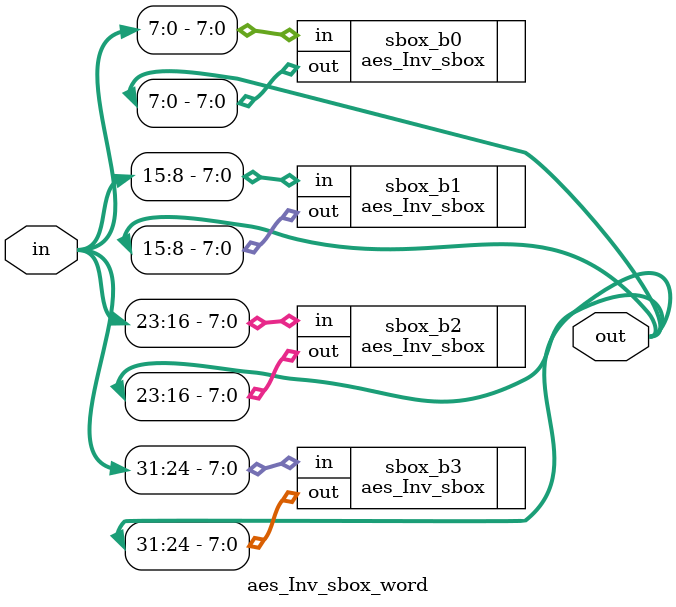
<source format=sv>

module aes_Inv_sbox_word(input logic [31:0] in,
			 output logic [31:0] out);
   
   // Declare the SBOX for (least significant) byte 0 of the input
   aes_Inv_sbox sbox_b0(.in(in[7:0]), .out(out[7:0]));
   // Declare the SBOX for byte 1 of the input
   aes_Inv_sbox sbox_b1(.in(in[15:8]), .out(out[15:8]));
   // Declare the SBOX for byte 2 of the input
   aes_Inv_sbox sbox_b2(.in(in[23:16]), .out(out[23:16]));	
   // Declare the SBOX for byte 3 of the input	
   aes_Inv_sbox sbox_b3(.in(in[31:24]), .out(out[31:24]));
   
endmodule

</source>
